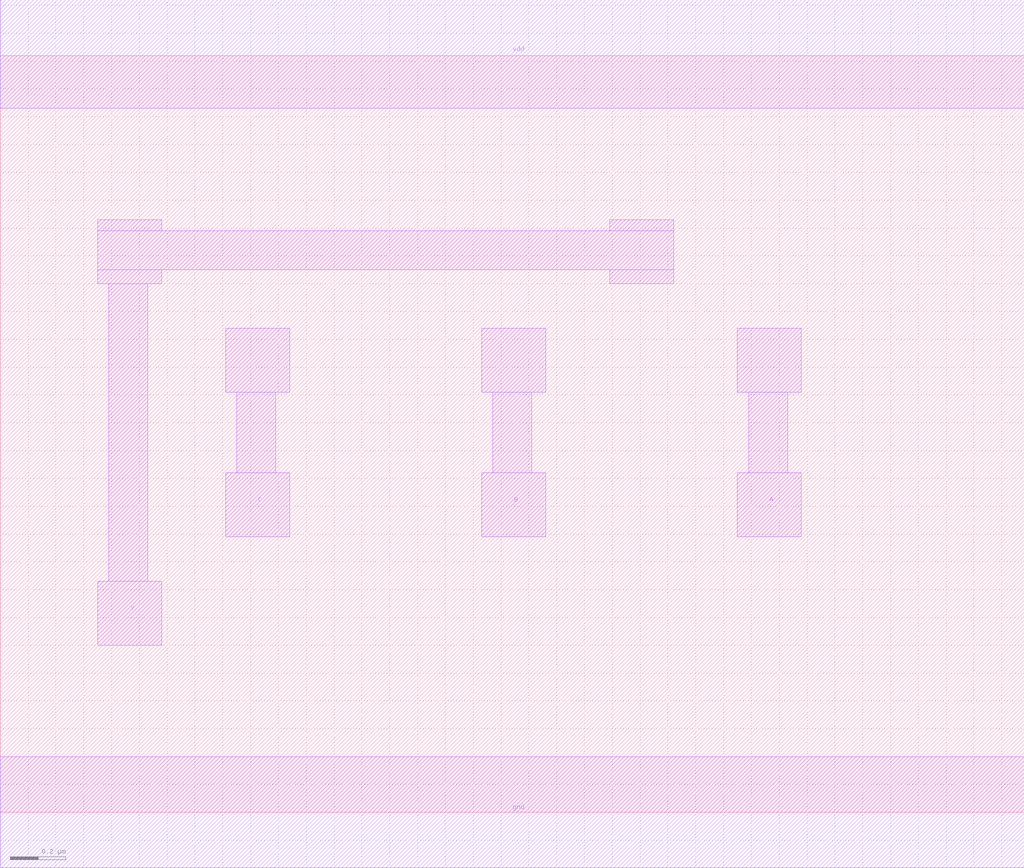
<source format=lef>
VERSION 5.7 ;
  NOWIREEXTENSIONATPIN ON ;
  DIVIDERCHAR "/" ;
  BUSBITCHARS "[]" ;
MACRO NAND3X1
  CLASS CORE ;
  FOREIGN NAND3X1 ;
  ORIGIN 0.000 0.000 ;
  SIZE 3.680 BY 2.720 ;
  SYMMETRY X Y R90 ;
  SITE unithd ;
  PIN vdd
    DIRECTION INOUT ;
    USE POWER ;
    SHAPE ABUTMENT ;
    PORT
      LAYER met2 ;
        RECT 0.000 2.530 3.680 2.920 ;
    END
  END vdd
  PIN gnd
    DIRECTION INOUT ;
    USE GROUND ;
    SHAPE ABUTMENT ;
    PORT
      LAYER met2 ;
        RECT 0.000 -0.200 3.680 0.200 ;
    END
  END gnd
  PIN Y
    DIRECTION INOUT ;
    USE SIGNAL ;
    SHAPE ABUTMENT ;
    PORT
      LAYER met2 ;
        RECT 0.350 2.090 0.580 2.130 ;
        RECT 2.190 2.090 2.420 2.130 ;
        RECT 0.350 1.950 2.420 2.090 ;
        RECT 0.350 1.900 0.580 1.950 ;
        RECT 2.190 1.900 2.420 1.950 ;
        RECT 0.390 0.830 0.530 1.900 ;
        RECT 0.350 0.600 0.580 0.830 ;
    END
  END Y
  PIN A
    DIRECTION INOUT ;
    USE SIGNAL ;
    SHAPE ABUTMENT ;
    PORT
      LAYER met2 ;
        RECT 2.650 1.510 2.880 1.740 ;
        RECT 2.690 1.220 2.830 1.510 ;
        RECT 2.650 0.990 2.880 1.220 ;
    END
  END A
  PIN B
    DIRECTION INOUT ;
    USE SIGNAL ;
    SHAPE ABUTMENT ;
    PORT
      LAYER met2 ;
        RECT 1.730 1.510 1.960 1.740 ;
        RECT 1.770 1.220 1.910 1.510 ;
        RECT 1.730 0.990 1.960 1.220 ;
    END
  END B
  PIN C
    DIRECTION INOUT ;
    USE SIGNAL ;
    SHAPE ABUTMENT ;
    PORT
      LAYER met2 ;
        RECT 0.810 1.510 1.040 1.740 ;
        RECT 0.850 1.220 0.990 1.510 ;
        RECT 0.810 0.990 1.040 1.220 ;
    END
  END C
END NAND3X1
END LIBRARY


</source>
